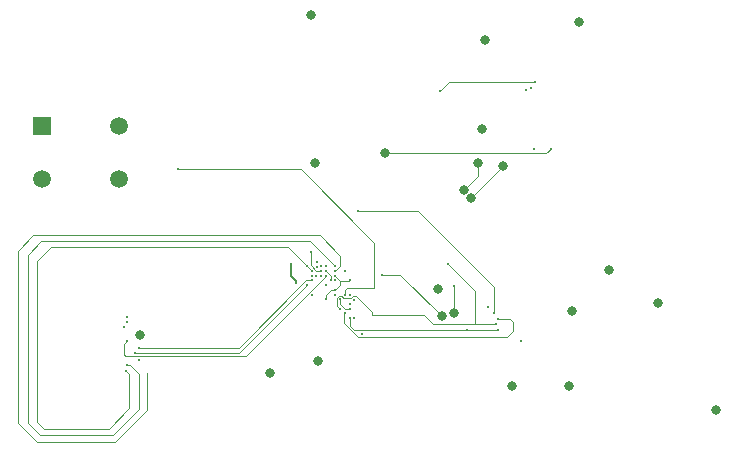
<source format=gbr>
%TF.GenerationSoftware,KiCad,Pcbnew,(5.1.6-0)*%
%TF.CreationDate,2020-10-11T20:53:06-05:00*%
%TF.ProjectId,BatBot,42617442-6f74-42e6-9b69-6361645f7063,rev?*%
%TF.SameCoordinates,Original*%
%TF.FileFunction,Copper,L2,Inr*%
%TF.FilePolarity,Positive*%
%FSLAX46Y46*%
G04 Gerber Fmt 4.6, Leading zero omitted, Abs format (unit mm)*
G04 Created by KiCad (PCBNEW (5.1.6-0)) date 2020-10-11 20:53:06*
%MOMM*%
%LPD*%
G01*
G04 APERTURE LIST*
%TA.AperFunction,ViaPad*%
%ADD10C,1.498000*%
%TD*%
%TA.AperFunction,ViaPad*%
%ADD11R,1.498000X1.498000*%
%TD*%
%TA.AperFunction,ViaPad*%
%ADD12C,0.800000*%
%TD*%
%TA.AperFunction,ViaPad*%
%ADD13C,0.250000*%
%TD*%
%TA.AperFunction,ViaPad*%
%ADD14C,0.300000*%
%TD*%
%TA.AperFunction,Conductor*%
%ADD15C,0.100000*%
%TD*%
%TA.AperFunction,Conductor*%
%ADD16C,0.076200*%
%TD*%
%TA.AperFunction,Conductor*%
%ADD17C,0.200000*%
%TD*%
G04 APERTURE END LIST*
D10*
%TO.N,Net-(C18-Pad2)*%
%TO.C,S1*%
X104469000Y-96039500D03*
%TO.N,GND*%
X97969000Y-96039500D03*
%TO.N,Net-(C18-Pad2)*%
X104469000Y-91539500D03*
D11*
%TO.N,GND*%
X97969000Y-91539500D03*
%TD*%
D12*
%TO.N,GND*%
X117297200Y-112471200D03*
D13*
X120828000Y-105810000D03*
D12*
X120751600Y-82143600D03*
X135509000Y-84277200D03*
D13*
X120827800Y-104190800D03*
X122834400Y-105816400D03*
D12*
X121107200Y-94640400D03*
X131495800Y-105359200D03*
X155092400Y-115544600D03*
X142621000Y-113512600D03*
X142875000Y-107188000D03*
X145999200Y-103682800D03*
X150139400Y-106553000D03*
X137769600Y-113538000D03*
X135204200Y-91770200D03*
D13*
X124434600Y-107823000D03*
D12*
X143484600Y-82753200D03*
X106324400Y-109220000D03*
D13*
X123634500Y-103822500D03*
X122005405Y-105007095D03*
X122817290Y-104592790D03*
X124053199Y-106616500D03*
%TO.N,+3V3*%
X123228000Y-106210000D03*
X124028000Y-107010000D03*
X122021600Y-103809800D03*
X122428000Y-104610000D03*
X122828000Y-104210000D03*
X124028000Y-104610000D03*
X122828000Y-105410000D03*
X122028000Y-106210000D03*
X119532400Y-104825800D03*
X119098400Y-103202400D03*
%TO.N,Net-(C18-Pad2)*%
X123647200Y-105816400D03*
X109474000Y-95186500D03*
%TO.N,Net-(C21-Pad2)*%
X124409200Y-106222800D03*
D12*
X121327001Y-111397001D03*
D13*
%TO.N,USART1-TX*%
X120828000Y-104610000D03*
X106172000Y-110299500D03*
%TO.N,USART1-CK*%
X120428000Y-105010000D03*
X105854500Y-110725399D03*
%TO.N,USART1-RX*%
X105156000Y-109753400D03*
X122028000Y-104210000D03*
%TO.N,JTMS-SWDIO*%
X121228000Y-104210000D03*
X105181400Y-108127800D03*
%TO.N,USART1-CTS*%
X121628000Y-104210000D03*
X104965500Y-108585000D03*
%TO.N,JTCK-SWCLK*%
X120428000Y-103410000D03*
X105130600Y-112242600D03*
X120828000Y-103810000D03*
X105181400Y-107696000D03*
%TO.N,JTDO-SWO*%
X105156000Y-111734600D03*
X122828000Y-103410000D03*
%TO.N,NJTRST*%
X122828000Y-103810000D03*
X106172000Y-111379000D03*
%TO.N,Net-(R3-Pad2)*%
X125120400Y-109143800D03*
X124028000Y-105810000D03*
%TO.N,SPI1-MISO*%
X136575800Y-108839000D03*
X124028000Y-107810000D03*
X133959600Y-108813600D03*
D12*
X132892800Y-107391200D03*
D14*
X132892800Y-105054400D03*
D12*
X134315200Y-97637600D03*
X137033000Y-94919800D03*
D14*
X139674600Y-93472000D03*
D13*
%TO.N,SPI1-SCLK*%
X123634500Y-107378500D03*
D14*
X136626600Y-107873800D03*
D13*
X139420600Y-88290400D03*
%TO.N,SPI1-MOSI*%
X136448800Y-108305600D03*
X123228000Y-107010000D03*
D14*
X132334000Y-103174800D03*
D12*
X133731000Y-96926400D03*
X134874000Y-94691200D03*
D14*
X138938000Y-88468200D03*
D13*
%TO.N,IMU_INT*%
X121640600Y-103809800D03*
X120726200Y-102158800D03*
D12*
X127050800Y-93827600D03*
D13*
X141046200Y-93472000D03*
%TO.N,NRF_CE*%
X121628000Y-103410000D03*
D14*
X135763000Y-106832400D03*
D13*
%TO.N,IMU_CS*%
X121234200Y-103428800D03*
X131648200Y-88595200D03*
X139750800Y-87807800D03*
%TO.N,NRF_CS*%
X121234200Y-103022400D03*
D14*
X124714000Y-98755200D03*
D13*
X136220200Y-107340400D03*
D14*
%TO.N,NRF-IRQ*%
X138582400Y-109753400D03*
D12*
X131826000Y-107645200D03*
D14*
X126796800Y-104114600D03*
D13*
X122021600Y-103403400D03*
%TD*%
D15*
%TO.N,+3V3*%
X123228000Y-106210000D02*
X123228000Y-106616400D01*
X123228000Y-106616400D02*
X123647200Y-107035600D01*
X124002400Y-107035600D02*
X124028000Y-107010000D01*
X123647200Y-107035600D02*
X124002400Y-107035600D01*
D16*
X122021600Y-103809800D02*
X122428000Y-104216200D01*
X122428000Y-104216200D02*
X122428000Y-104610000D01*
X122828000Y-104210000D02*
X123240600Y-104622600D01*
X124015400Y-104622600D02*
X124028000Y-104610000D01*
X123240600Y-104622600D02*
X124015400Y-104622600D01*
X123240600Y-104622600D02*
X123240600Y-104997400D01*
X123240600Y-104997400D02*
X122828000Y-105410000D01*
X122828000Y-105410000D02*
X122453400Y-105410000D01*
X122028000Y-105835400D02*
X122028000Y-106210000D01*
X122453400Y-105410000D02*
X122028000Y-105835400D01*
D17*
X119532400Y-104825800D02*
X119532400Y-104622600D01*
X119098400Y-104188600D02*
X119098400Y-103202400D01*
X119532400Y-104622600D02*
X119098400Y-104188600D01*
D16*
%TO.N,Net-(C18-Pad2)*%
X126111000Y-105206800D02*
X126111000Y-101396800D01*
X119900700Y-95186500D02*
X109474000Y-95186500D01*
X126111000Y-101396800D02*
X119900700Y-95186500D01*
X126111000Y-105206800D02*
X123837700Y-105206800D01*
X123647200Y-105397300D02*
X123647200Y-105816400D01*
X123837700Y-105206800D02*
X123647200Y-105397300D01*
%TO.N,USART1-TX*%
X120357800Y-104610000D02*
X120828000Y-104610000D01*
X106172000Y-110299500D02*
X114668300Y-110299500D01*
X114668300Y-110299500D02*
X120357800Y-104610000D01*
%TO.N,USART1-CK*%
X114694000Y-110744000D02*
X120428000Y-105010000D01*
X114675399Y-110725399D02*
X114694000Y-110744000D01*
X105854500Y-110725399D02*
X114675399Y-110725399D01*
%TO.N,USART1-RX*%
X115249501Y-110988499D02*
X122028000Y-104210000D01*
X105016311Y-110988499D02*
X115249501Y-110988499D01*
X104892499Y-110864687D02*
X105016311Y-110988499D01*
X104892499Y-110016901D02*
X104892499Y-110864687D01*
X105156000Y-109753400D02*
X104892499Y-110016901D01*
%TO.N,JTCK-SWCLK*%
X105130600Y-112242600D02*
X105384600Y-112496600D01*
X105384600Y-112496600D02*
X105384600Y-115443000D01*
X105384600Y-115443000D02*
X103632000Y-117195600D01*
X103632000Y-117195600D02*
X98145600Y-117195600D01*
X98145600Y-117195600D02*
X97561400Y-116611400D01*
X97561400Y-116611400D02*
X97561400Y-102946200D01*
X97561400Y-102946200D02*
X98729800Y-101777800D01*
X118795800Y-101777800D02*
X120828000Y-103810000D01*
X98729800Y-101777800D02*
X118795800Y-101777800D01*
%TO.N,JTDO-SWO*%
X105156000Y-111734600D02*
X105435400Y-111734600D01*
X105435400Y-111734600D02*
X106197400Y-112496600D01*
X106197400Y-112496600D02*
X106197400Y-115493800D01*
X106197400Y-115493800D02*
X104013000Y-117678200D01*
X104013000Y-117678200D02*
X97790000Y-117678200D01*
X97790000Y-117678200D02*
X96799400Y-116687600D01*
X96799400Y-116687600D02*
X96799400Y-102438200D01*
X96799400Y-102438200D02*
X97942400Y-101295200D01*
X120713200Y-101295200D02*
X122828000Y-103410000D01*
X97942400Y-101295200D02*
X120713200Y-101295200D01*
%TO.N,NJTRST*%
X106908600Y-115544600D02*
X106908600Y-112445800D01*
X95961200Y-116636800D02*
X97586800Y-118262400D01*
X95961200Y-102082600D02*
X95961200Y-116636800D01*
X104190800Y-118262400D02*
X106908600Y-115544600D01*
X97586800Y-118262400D02*
X104190800Y-118262400D01*
X97256600Y-100787200D02*
X95961200Y-102082600D01*
X121488200Y-100787200D02*
X97256600Y-100787200D01*
X123253500Y-103384500D02*
X123253500Y-102552500D01*
X123253500Y-102552500D02*
X121488200Y-100787200D01*
X122828000Y-103810000D02*
X123253500Y-103384500D01*
%TO.N,SPI1-MISO*%
X124434600Y-108839000D02*
X124028200Y-108432600D01*
X124028200Y-107810200D02*
X124028000Y-107810000D01*
X124028200Y-108432600D02*
X124028200Y-107810200D01*
X133934200Y-108839000D02*
X133959600Y-108813600D01*
X133858000Y-108839000D02*
X133934200Y-108839000D01*
X136575800Y-108839000D02*
X133858000Y-108839000D01*
X133858000Y-108839000D02*
X124434600Y-108839000D01*
X132892800Y-107391200D02*
X132892800Y-105054400D01*
X134315200Y-97637600D02*
X137033000Y-94919800D01*
%TO.N,SPI1-SCLK*%
X137642600Y-107873800D02*
X136626600Y-107873800D01*
X137871200Y-108102400D02*
X137642600Y-107873800D01*
X137871200Y-108889800D02*
X137871200Y-108102400D01*
X124773901Y-109406901D02*
X137354099Y-109406901D01*
X124764800Y-109397800D02*
X124773901Y-109406901D01*
X124744202Y-109397800D02*
X124764800Y-109397800D01*
X123523624Y-108177222D02*
X124744202Y-109397800D01*
X137354099Y-109406901D02*
X137871200Y-108889800D01*
X123523624Y-107489376D02*
X123523624Y-108177222D01*
X123554687Y-107458313D02*
X123523624Y-107489376D01*
%TO.N,SPI1-MOSI*%
X131089400Y-108305600D02*
X130327400Y-107543600D01*
X134620000Y-108305600D02*
X134620000Y-105511600D01*
X136448800Y-108305600D02*
X134620000Y-108305600D01*
X134620000Y-108305600D02*
X131089400Y-108305600D01*
X132334000Y-103225600D02*
X132334000Y-103174800D01*
X134620000Y-105511600D02*
X132334000Y-103225600D01*
X134874000Y-95783400D02*
X134874000Y-94691200D01*
X133731000Y-96926400D02*
X134874000Y-95783400D01*
X125895100Y-107319310D02*
X125895100Y-107543600D01*
X124282911Y-105959699D02*
X124535489Y-105959699D01*
X124146099Y-106096511D02*
X124282911Y-105959699D01*
X124535489Y-105959699D02*
X125895100Y-107319310D01*
X123503901Y-106096511D02*
X124146099Y-106096511D01*
X123354289Y-105946899D02*
X123503901Y-106096511D01*
X123101711Y-105946899D02*
X123354289Y-105946899D01*
X122964899Y-106746899D02*
X122964899Y-106083711D01*
X123228000Y-107010000D02*
X122964899Y-106746899D01*
X122964899Y-106083711D02*
X123101711Y-105946899D01*
X130327400Y-107543600D02*
X125895100Y-107543600D01*
%TO.N,IMU_INT*%
X140690600Y-93827600D02*
X141046200Y-93472000D01*
X127050800Y-93827600D02*
X140690600Y-93827600D01*
X120726200Y-103310190D02*
X120726200Y-102158800D01*
X121225810Y-103809800D02*
X120726200Y-103310190D01*
X121640600Y-103809800D02*
X121225810Y-103809800D01*
%TO.N,IMU_CS*%
X131648200Y-88595200D02*
X132191101Y-88052299D01*
X132435600Y-87807800D02*
X132191101Y-88052299D01*
X139750800Y-87807800D02*
X132435600Y-87807800D01*
%TO.N,NRF_CS*%
X129616200Y-98755200D02*
X129819400Y-98755200D01*
X124714000Y-98755200D02*
X129616200Y-98755200D01*
X129616200Y-98755200D02*
X129667000Y-98755200D01*
X136220200Y-105156000D02*
X136220200Y-107340400D01*
X129819400Y-98755200D02*
X136220200Y-105156000D01*
%TO.N,NRF-IRQ*%
X128295400Y-104114600D02*
X126796800Y-104114600D01*
X131826000Y-107645200D02*
X128295400Y-104114600D01*
%TD*%
M02*

</source>
